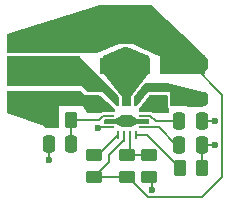
<source format=gbr>
%TF.GenerationSoftware,KiCad,Pcbnew,9.0.4*%
%TF.CreationDate,2025-10-22T20:31:22-04:00*%
%TF.ProjectId,buck_regulator_12V_3A_L6983,6275636b-5f72-4656-9775-6c61746f725f,rev?*%
%TF.SameCoordinates,Original*%
%TF.FileFunction,Copper,L1,Top*%
%TF.FilePolarity,Positive*%
%FSLAX46Y46*%
G04 Gerber Fmt 4.6, Leading zero omitted, Abs format (unit mm)*
G04 Created by KiCad (PCBNEW 9.0.4) date 2025-10-22 20:31:22*
%MOMM*%
%LPD*%
G01*
G04 APERTURE LIST*
G04 Aperture macros list*
%AMRoundRect*
0 Rectangle with rounded corners*
0 $1 Rounding radius*
0 $2 $3 $4 $5 $6 $7 $8 $9 X,Y pos of 4 corners*
0 Add a 4 corners polygon primitive as box body*
4,1,4,$2,$3,$4,$5,$6,$7,$8,$9,$2,$3,0*
0 Add four circle primitives for the rounded corners*
1,1,$1+$1,$2,$3*
1,1,$1+$1,$4,$5*
1,1,$1+$1,$6,$7*
1,1,$1+$1,$8,$9*
0 Add four rect primitives between the rounded corners*
20,1,$1+$1,$2,$3,$4,$5,0*
20,1,$1+$1,$4,$5,$6,$7,0*
20,1,$1+$1,$6,$7,$8,$9,0*
20,1,$1+$1,$8,$9,$2,$3,0*%
G04 Aperture macros list end*
%TA.AperFunction,SMDPad,CuDef*%
%ADD10RoundRect,0.250000X0.450000X-0.262500X0.450000X0.262500X-0.450000X0.262500X-0.450000X-0.262500X0*%
%TD*%
%TA.AperFunction,SMDPad,CuDef*%
%ADD11R,4.292600X1.397000*%
%TD*%
%TA.AperFunction,ComponentPad*%
%ADD12R,1.700000X1.700000*%
%TD*%
%TA.AperFunction,ComponentPad*%
%ADD13C,1.700000*%
%TD*%
%TA.AperFunction,SMDPad,CuDef*%
%ADD14RoundRect,0.250000X-0.450000X0.262500X-0.450000X-0.262500X0.450000X-0.262500X0.450000X0.262500X0*%
%TD*%
%TA.AperFunction,SMDPad,CuDef*%
%ADD15RoundRect,0.250000X-0.250000X-0.475000X0.250000X-0.475000X0.250000X0.475000X-0.250000X0.475000X0*%
%TD*%
%TA.AperFunction,SMDPad,CuDef*%
%ADD16RoundRect,0.250000X0.250000X0.475000X-0.250000X0.475000X-0.250000X-0.475000X0.250000X-0.475000X0*%
%TD*%
%TA.AperFunction,SMDPad,CuDef*%
%ADD17RoundRect,0.250000X-0.262500X-0.450000X0.262500X-0.450000X0.262500X0.450000X-0.262500X0.450000X0*%
%TD*%
%TA.AperFunction,SMDPad,CuDef*%
%ADD18RoundRect,0.250000X1.100000X-0.325000X1.100000X0.325000X-1.100000X0.325000X-1.100000X-0.325000X0*%
%TD*%
%TA.AperFunction,SMDPad,CuDef*%
%ADD19R,0.762000X0.203200*%
%TD*%
%TA.AperFunction,SMDPad,CuDef*%
%ADD20R,0.203200X0.762000*%
%TD*%
%TA.AperFunction,SMDPad,CuDef*%
%ADD21R,0.533400X0.914400*%
%TD*%
%TA.AperFunction,ViaPad*%
%ADD22C,0.600000*%
%TD*%
%TA.AperFunction,Conductor*%
%ADD23C,0.200000*%
%TD*%
G04 APERTURE END LIST*
D10*
%TO.P,R18,2*%
%TO.N,Net-(U4-FB{slash}OUT)*%
X144400000Y-112875000D03*
%TO.P,R18,1*%
%TO.N,12V*%
X144400000Y-114700000D03*
%TD*%
D11*
%TO.P,L2,1,1*%
%TO.N,12V*%
X144300000Y-101134400D03*
%TO.P,L2,2,2*%
%TO.N,Net-(C24-Pad2)*%
X144300000Y-105300000D03*
%TD*%
D12*
%TO.P,J1,1,Pin_1*%
%TO.N,14.8V*%
X135300000Y-108400000D03*
D13*
%TO.P,J1,2,Pin_2*%
%TO.N,GND*%
X135300000Y-105860000D03*
%TO.P,J1,3,Pin_3*%
%TO.N,12V*%
X135300000Y-103320000D03*
%TD*%
D14*
%TO.P,R17,2*%
%TO.N,12V*%
X141600000Y-114700000D03*
%TO.P,R17,1*%
%TO.N,Net-(U4-PGOOD)*%
X141600000Y-112875000D03*
%TD*%
%TO.P,R19,1*%
%TO.N,Net-(U4-FB{slash}OUT)*%
X146300000Y-112875000D03*
%TO.P,R19,2*%
%TO.N,GND*%
X146300000Y-114700000D03*
%TD*%
D15*
%TO.P,C24,2*%
%TO.N,Net-(C24-Pad2)*%
X150749000Y-110000000D03*
%TO.P,C24,1*%
%TO.N,Net-(U4-BOOT)*%
X148849000Y-110000000D03*
%TD*%
D16*
%TO.P,C22,1*%
%TO.N,Net-(U4-VINLDO)*%
X139700000Y-111900000D03*
%TO.P,C22,2*%
%TO.N,GND*%
X137800000Y-111900000D03*
%TD*%
D17*
%TO.P,R15,1*%
%TO.N,14.8V*%
X137875000Y-109900000D03*
%TO.P,R15,2*%
%TO.N,Net-(U4-VINLDO)*%
X139700000Y-109900000D03*
%TD*%
D18*
%TO.P,C25,2*%
%TO.N,12V*%
X149900000Y-105200000D03*
%TO.P,C25,1*%
%TO.N,GND*%
X149900000Y-108150000D03*
%TD*%
D19*
%TO.P,U4,1,VIN*%
%TO.N,14.8V*%
X142977600Y-109042801D03*
%TO.P,U4,2,VINLDO*%
%TO.N,Net-(U4-VINLDO)*%
X142977600Y-109542927D03*
%TO.P,U4,3,AGND*%
%TO.N,GND*%
X142977600Y-110043053D03*
%TO.P,U4,4,EN/CLKIN*%
%TO.N,14.8V*%
X142977600Y-110543179D03*
D20*
%TO.P,U4,5,PGOOD*%
%TO.N,Net-(U4-PGOOD)*%
X143649811Y-111215390D03*
%TO.P,U4,6,VBIAS*%
%TO.N,12V*%
X144149937Y-111215390D03*
%TO.P,U4,7,FB/OUT*%
%TO.N,Net-(U4-FB{slash}OUT)*%
X144650063Y-111215390D03*
%TO.P,U4,8,FSW*%
%TO.N,Net-(U4-FSW)*%
X145150189Y-111215390D03*
D19*
%TO.P,U4,9,VCC*%
%TO.N,Net-(U4-VCC)*%
X145822400Y-110543179D03*
%TO.P,U4,10,AGND*%
%TO.N,GND*%
X145822400Y-110043053D03*
%TO.P,U4,11,BOOT*%
%TO.N,Net-(U4-BOOT)*%
X145822400Y-109542927D03*
%TO.P,U4,12,VIN*%
%TO.N,14.8V*%
X145822400Y-109042801D03*
D20*
%TO.P,U4,13,PGND*%
%TO.N,GND*%
X145150189Y-108370590D03*
%TO.P,U4,14,SW*%
%TO.N,Net-(C24-Pad2)*%
X144650063Y-108370590D03*
%TO.P,U4,15,SW*%
X144149937Y-108370590D03*
%TO.P,U4,16,PGND*%
%TO.N,GND*%
X143649811Y-108370590D03*
D21*
%TO.P,U4,17,E.P.*%
X144400000Y-110000000D03*
%TD*%
D18*
%TO.P,C21,2*%
%TO.N,GND*%
X138800000Y-105150000D03*
%TO.P,C21,1*%
%TO.N,14.8V*%
X138800000Y-108100000D03*
%TD*%
D17*
%TO.P,R16,1*%
%TO.N,Net-(U4-FSW)*%
X148924000Y-114000000D03*
%TO.P,R16,2*%
%TO.N,GND*%
X150749000Y-114000000D03*
%TD*%
D16*
%TO.P,C23,1*%
%TO.N,GND*%
X150749000Y-112000000D03*
%TO.P,C23,2*%
%TO.N,Net-(U4-VCC)*%
X148849000Y-112000000D03*
%TD*%
D22*
%TO.N,Net-(C24-Pad2)*%
X144272000Y-104140000D03*
%TO.N,GND*%
X137795000Y-113284000D03*
X151887000Y-112014000D03*
X146558000Y-115824000D03*
%TO.N,Net-(C24-Pad2)*%
X151887000Y-109982000D03*
%TO.N,14.8V*%
X141986000Y-108165997D03*
X141224000Y-108165997D03*
X147574000Y-108165997D03*
X146812000Y-108165997D03*
X141986000Y-110617000D03*
X146812000Y-108966000D03*
X147574000Y-108966000D03*
%TO.N,GND*%
X145034000Y-109982000D03*
X143764000Y-109982000D03*
X141224000Y-107188000D03*
%TO.N,14.8V*%
X141224000Y-108966000D03*
X141986000Y-108966000D03*
%TO.N,GND*%
X141986000Y-107188000D03*
X143002000Y-107696000D03*
X145669000Y-107696000D03*
X146812000Y-107188000D03*
X147574000Y-107188000D03*
%TD*%
D23*
%TO.N,12V*%
X144149937Y-111626403D02*
X144149937Y-111215390D01*
X142875000Y-112901340D02*
X144149937Y-111626403D01*
X142875000Y-113425000D02*
X142875000Y-112901340D01*
X141600000Y-114700000D02*
X142875000Y-113425000D01*
%TO.N,Net-(U4-FSW)*%
X146139390Y-111215390D02*
X145150189Y-111215390D01*
X148924000Y-114000000D02*
X146139390Y-111215390D01*
%TO.N,Net-(U4-VINLDO)*%
X139700000Y-111900000D02*
X139700000Y-109900000D01*
X142396600Y-109542927D02*
X142977600Y-109542927D01*
X142039527Y-109900000D02*
X142396600Y-109542927D01*
X139700000Y-109900000D02*
X142039527Y-109900000D01*
%TO.N,GND*%
X137800000Y-113279000D02*
X137795000Y-113284000D01*
X137800000Y-111900000D02*
X137800000Y-113279000D01*
%TO.N,12V*%
X150783000Y-116425000D02*
X146225000Y-116425000D01*
X152488000Y-114720000D02*
X150783000Y-116425000D01*
X146225000Y-116425000D02*
X144500000Y-114700000D01*
X152488000Y-107788000D02*
X152488000Y-114720000D01*
X149900000Y-105200000D02*
X152488000Y-107788000D01*
%TO.N,GND*%
X150749000Y-112000000D02*
X150749000Y-114000000D01*
%TO.N,12V*%
X144500000Y-114700000D02*
X144500000Y-114615943D01*
X144149937Y-111726403D02*
X144149937Y-111215390D01*
%TO.N,Net-(C24-Pad2)*%
X150518000Y-109982000D02*
X150500000Y-110000000D01*
X151638000Y-109982000D02*
X150518000Y-109982000D01*
%TO.N,GND*%
X151638000Y-112014000D02*
X150514000Y-112014000D01*
X150514000Y-112014000D02*
X150500000Y-112000000D01*
X150546000Y-114046000D02*
X150500000Y-114000000D01*
X146558000Y-114758000D02*
X146500000Y-114700000D01*
X146558000Y-115824000D02*
X146558000Y-114758000D01*
%TO.N,14.8V*%
X142059821Y-110543179D02*
X141986000Y-110617000D01*
X142977600Y-110543179D02*
X142059821Y-110543179D01*
%TO.N,Net-(U4-BOOT)*%
X146403400Y-109542927D02*
X145822400Y-109542927D01*
X148600000Y-110000000D02*
X146860473Y-110000000D01*
X146860473Y-110000000D02*
X146403400Y-109542927D01*
%TO.N,Net-(U4-VCC)*%
X147143179Y-110543179D02*
X145822400Y-110543179D01*
X148600000Y-112000000D02*
X147143179Y-110543179D01*
%TO.N,Net-(U4-PGOOD)*%
X142000000Y-112865201D02*
X143649811Y-111215390D01*
X142000000Y-112875000D02*
X142000000Y-112865201D01*
%TO.N,12V*%
X144500000Y-114700000D02*
X142000000Y-114700000D01*
%TO.N,Net-(U4-FB{slash}OUT)*%
X144650063Y-112724937D02*
X144650063Y-111215390D01*
X144500000Y-112875000D02*
X144650063Y-112724937D01*
X146500000Y-112875000D02*
X144500000Y-112875000D01*
%TD*%
%TA.AperFunction,Conductor*%
%TO.N,GND*%
G36*
X144793066Y-109483799D02*
G01*
X145288000Y-109855000D01*
X146255000Y-109855000D01*
X146289648Y-109869352D01*
X146304000Y-109904000D01*
X146304000Y-110187000D01*
X146289648Y-110221648D01*
X146255000Y-110236000D01*
X145287999Y-110236000D01*
X144790346Y-110484827D01*
X144768433Y-110490000D01*
X144029567Y-110490000D01*
X144007654Y-110484827D01*
X143510000Y-110236000D01*
X142543000Y-110236000D01*
X142508352Y-110221648D01*
X142494000Y-110187000D01*
X142494000Y-109904000D01*
X142508352Y-109869352D01*
X142543000Y-109855000D01*
X143510000Y-109855000D01*
X144004933Y-109483800D01*
X144034333Y-109474000D01*
X144763667Y-109474000D01*
X144793066Y-109483799D01*
G37*
%TD.AperFunction*%
%TD*%
%TA.AperFunction,Conductor*%
%TO.N,14.8V*%
G36*
X147862148Y-107837352D02*
G01*
X147876500Y-107872000D01*
X147876500Y-108665176D01*
X147890404Y-108739481D01*
X147903221Y-108772528D01*
X147930403Y-108819248D01*
X147935526Y-108828053D01*
X147936136Y-108828528D01*
X147936496Y-108829165D01*
X147938608Y-108831584D01*
X147938112Y-108832016D01*
X147954630Y-108861153D01*
X147955000Y-108867165D01*
X147955000Y-109298000D01*
X147940648Y-109332648D01*
X147906000Y-109347000D01*
X146652740Y-109347000D01*
X146620580Y-109334969D01*
X146619296Y-109333852D01*
X146587911Y-109302467D01*
X146578052Y-109296775D01*
X146573959Y-109294411D01*
X146573958Y-109294411D01*
X146519391Y-109262906D01*
X146519387Y-109262905D01*
X146442964Y-109242427D01*
X146442962Y-109242427D01*
X146236019Y-109242427D01*
X146226463Y-109241486D01*
X146223150Y-109240827D01*
X146223148Y-109240827D01*
X145464000Y-109240827D01*
X145429352Y-109226475D01*
X145415000Y-109191827D01*
X145415000Y-108982811D01*
X145425321Y-108952729D01*
X146289287Y-107841917D01*
X146321887Y-107823378D01*
X146327965Y-107823000D01*
X147827500Y-107823000D01*
X147862148Y-107837352D01*
G37*
%TD.AperFunction*%
%TD*%
%TA.AperFunction,Conductor*%
%TO.N,GND*%
G36*
X147833852Y-106808463D02*
G01*
X150838884Y-107559721D01*
X150869017Y-107582048D01*
X150876000Y-107607258D01*
X150876000Y-108787722D01*
X150861648Y-108822370D01*
X150827000Y-108836722D01*
X150824775Y-108836671D01*
X148128775Y-108714126D01*
X148094814Y-108698216D01*
X148082000Y-108665177D01*
X148082000Y-107569000D01*
X146177000Y-107569000D01*
X146176998Y-107569000D01*
X145302713Y-108693083D01*
X145270113Y-108711622D01*
X145264035Y-108712000D01*
X145083000Y-108712000D01*
X145048352Y-108697648D01*
X145034000Y-108663000D01*
X145034000Y-107966811D01*
X145044321Y-107936729D01*
X145908287Y-106825917D01*
X145940887Y-106807378D01*
X145946965Y-106807000D01*
X147821968Y-106807000D01*
X147833852Y-106808463D01*
G37*
%TD.AperFunction*%
%TD*%
%TA.AperFunction,Conductor*%
%TO.N,14.8V*%
G36*
X140476352Y-107456352D02*
G01*
X140843000Y-107823000D01*
X142094198Y-107823000D01*
X142126976Y-107835578D01*
X143211889Y-108812000D01*
X143366779Y-108951401D01*
X143382932Y-108985247D01*
X143383000Y-108987822D01*
X143383000Y-109191827D01*
X143368648Y-109226475D01*
X143334000Y-109240827D01*
X142576849Y-109240827D01*
X142573537Y-109241486D01*
X142563981Y-109242427D01*
X142357036Y-109242427D01*
X142280612Y-109262905D01*
X142280608Y-109262906D01*
X142226041Y-109294411D01*
X142226037Y-109294413D01*
X142221948Y-109296775D01*
X142212089Y-109302467D01*
X142180704Y-109333851D01*
X142179420Y-109334969D01*
X142163129Y-109340426D01*
X142147260Y-109347000D01*
X141063784Y-109347000D01*
X141029136Y-109332648D01*
X141019957Y-109319913D01*
X140716001Y-108712000D01*
X140716000Y-108712000D01*
X138684000Y-108712000D01*
X137922000Y-108712000D01*
X137922000Y-107442000D01*
X140441704Y-107442000D01*
X140476352Y-107456352D01*
G37*
%TD.AperFunction*%
%TD*%
%TA.AperFunction,Conductor*%
%TO.N,14.8V*%
G36*
X137922000Y-108712000D02*
G01*
X138684000Y-108712000D01*
X138684000Y-110568000D01*
X138669648Y-110602648D01*
X138635000Y-110617000D01*
X137930211Y-110617000D01*
X137914237Y-110614323D01*
X134272026Y-109358388D01*
X134243949Y-109333525D01*
X134239000Y-109312065D01*
X134239000Y-107491000D01*
X134253352Y-107456352D01*
X134288000Y-107442000D01*
X137922000Y-107442000D01*
X137922000Y-108712000D01*
G37*
%TD.AperFunction*%
%TD*%
%TA.AperFunction,Conductor*%
%TO.N,GND*%
G36*
X137922000Y-107061000D02*
G01*
X134288000Y-107061000D01*
X134253352Y-107046648D01*
X134239000Y-107012000D01*
X134239000Y-104570000D01*
X134253352Y-104535352D01*
X134288000Y-104521000D01*
X137922000Y-104521000D01*
X137922000Y-107061000D01*
G37*
%TD.AperFunction*%
%TD*%
%TA.AperFunction,Conductor*%
%TO.N,GND*%
G36*
X140475808Y-104535352D02*
G01*
X140476456Y-104536012D01*
X141972513Y-106089610D01*
X141977957Y-106096372D01*
X142009147Y-106143052D01*
X142028303Y-106155851D01*
X142046336Y-106167901D01*
X142054406Y-106174652D01*
X143693578Y-107876870D01*
X143696308Y-107879955D01*
X143753030Y-107949766D01*
X143764000Y-107980663D01*
X143764000Y-108663000D01*
X143749648Y-108697648D01*
X143715000Y-108712000D01*
X143530296Y-108712000D01*
X143495648Y-108697648D01*
X142367000Y-107569000D01*
X141117296Y-107569000D01*
X141082648Y-107554648D01*
X140589000Y-107061000D01*
X137922000Y-107061000D01*
X137922000Y-104521000D01*
X140441160Y-104521000D01*
X140475808Y-104535352D01*
G37*
%TD.AperFunction*%
%TD*%
%TA.AperFunction,Conductor*%
%TO.N,Net-(C24-Pad2)*%
G36*
X144407762Y-103762505D02*
G01*
X146273198Y-104508679D01*
X146300038Y-104534872D01*
X146304000Y-104554174D01*
X146304000Y-105901666D01*
X146294200Y-105931066D01*
X144951458Y-107721387D01*
X144950937Y-107722070D01*
X144882106Y-107810568D01*
X144877452Y-107819173D01*
X144873553Y-107825261D01*
X144780000Y-107949999D01*
X144780000Y-108663000D01*
X144765648Y-108697648D01*
X144731000Y-108712000D01*
X144067000Y-108712000D01*
X144032352Y-108697648D01*
X144018000Y-108663000D01*
X144018000Y-107950000D01*
X142377970Y-105931501D01*
X142367000Y-105900602D01*
X142367000Y-104553310D01*
X142381352Y-104518662D01*
X142396696Y-104508272D01*
X144135755Y-103762961D01*
X144155057Y-103759000D01*
X144389564Y-103759000D01*
X144407762Y-103762505D01*
G37*
%TD.AperFunction*%
%TD*%
%TA.AperFunction,Conductor*%
%TO.N,12V*%
G36*
X146572156Y-100216347D02*
G01*
X149118922Y-102617584D01*
X150987615Y-104379494D01*
X151002979Y-104413705D01*
X151003000Y-104415146D01*
X151003000Y-105996000D01*
X150988648Y-106030648D01*
X150954000Y-106045000D01*
X147242000Y-106045000D01*
X147207352Y-106030648D01*
X147193000Y-105996000D01*
X147193000Y-104521000D01*
X146907250Y-104394000D01*
X144907000Y-103505000D01*
X144906999Y-103505000D01*
X143764001Y-103505000D01*
X143764000Y-103505000D01*
X141862667Y-104218000D01*
X141740320Y-104263880D01*
X141723115Y-104267000D01*
X134288000Y-104267000D01*
X134253352Y-104252648D01*
X134239000Y-104218000D01*
X134239000Y-102652232D01*
X134253352Y-102617584D01*
X134273640Y-102605384D01*
X142105981Y-100205151D01*
X142120338Y-100203000D01*
X146538542Y-100203000D01*
X146572156Y-100216347D01*
G37*
%TD.AperFunction*%
%TD*%
M02*

</source>
